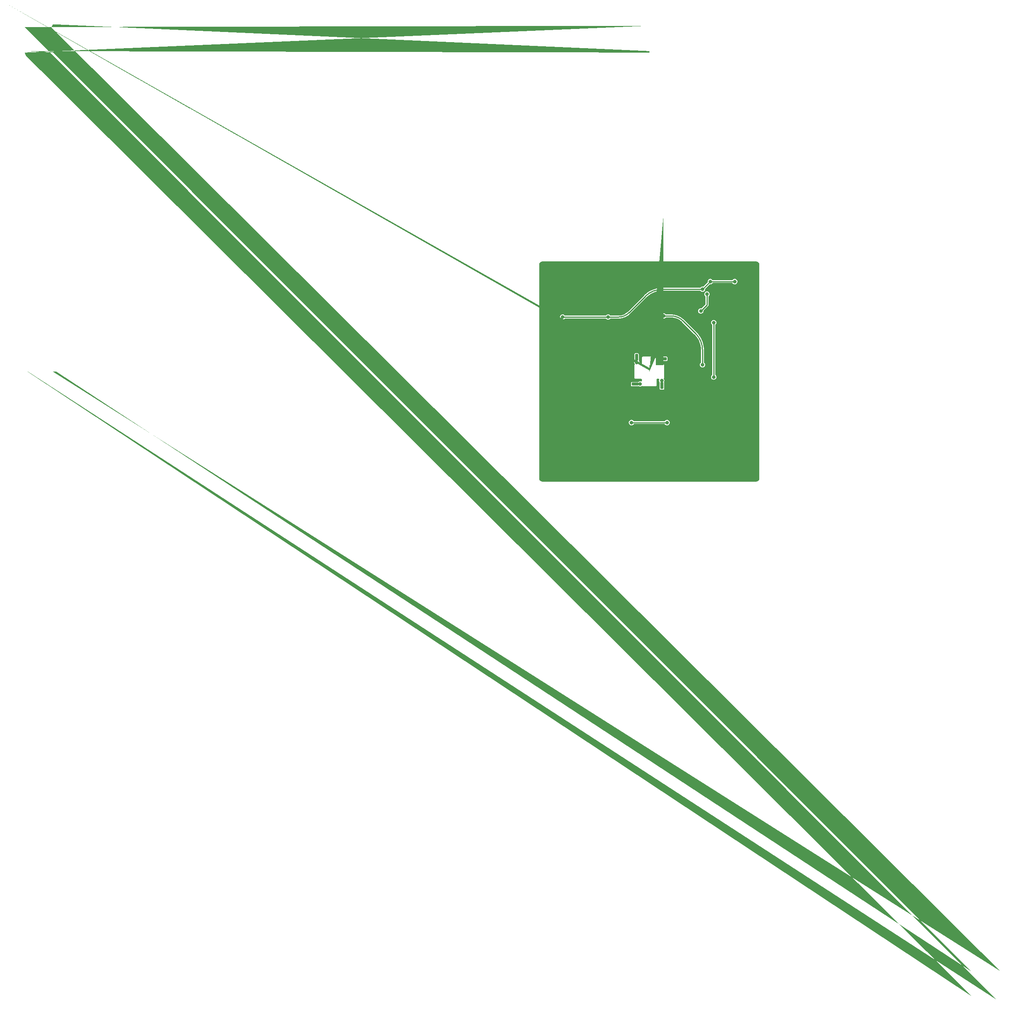
<source format=gbl>
G04 #@! TF.GenerationSoftware,KiCad,Pcbnew,6.0.6-1.fc36*
G04 #@! TF.CreationDate,2022-07-29T11:52:02+02:00*
G04 #@! TF.ProjectId,CosmicWatch-ventidue,436f736d-6963-4576-9174-63682d76656e,rev?*
G04 #@! TF.SameCoordinates,Original*
G04 #@! TF.FileFunction,Copper,L2,Bot*
G04 #@! TF.FilePolarity,Positive*
%FSLAX46Y46*%
G04 Gerber Fmt 4.6, Leading zero omitted, Abs format (unit mm)*
G04 Created by KiCad (PCBNEW 6.0.6-1.fc36) date 2022-07-29 11:52:02*
%MOMM*%
%LPD*%
G01*
G04 APERTURE LIST*
G04 Aperture macros list*
%AMRoundRect*
0 Rectangle with rounded corners*
0 $1 Rounding radius*
0 $2 $3 $4 $5 $6 $7 $8 $9 X,Y pos of 4 corners*
0 Add a 4 corners polygon primitive as box body*
4,1,4,$2,$3,$4,$5,$6,$7,$8,$9,$2,$3,0*
0 Add four circle primitives for the rounded corners*
1,1,$1+$1,$2,$3*
1,1,$1+$1,$4,$5*
1,1,$1+$1,$6,$7*
1,1,$1+$1,$8,$9*
0 Add four rect primitives between the rounded corners*
20,1,$1+$1,$2,$3,$4,$5,0*
20,1,$1+$1,$4,$5,$6,$7,0*
20,1,$1+$1,$6,$7,$8,$9,0*
20,1,$1+$1,$8,$9,$2,$3,0*%
%AMFreePoly0*
4,1,219,1.346005,3.150048,1.346010,3.150049,1.351005,3.149050,1.357000,3.149050,1.363008,3.148049,1.368012,3.146048,1.374008,3.145049,1.379022,3.143045,1.385022,3.140045,1.390026,3.138043,1.405026,3.129043,1.409029,3.125041,1.414026,3.122043,1.422035,3.114035,1.422043,3.114026,1.425041,3.109029,1.429035,3.105035,1.429043,3.105026,1.438046,3.090019,1.440045,3.085022,
1.443046,3.079019,1.445046,3.074019,1.446048,3.068014,1.448046,3.063019,1.449050,3.057000,1.449050,3.051005,1.450049,3.046010,1.450050,1.450050,3.036000,1.450050,3.043007,1.449050,3.049000,1.449050,3.049008,1.449046,3.049016,1.449047,3.055012,1.447048,3.061016,1.446047,3.079026,1.440043,3.084026,1.437043,3.090026,1.434043,3.095028,1.431042,3.101031,1.427039,
3.106035,1.423035,3.110031,1.419039,3.115031,1.415039,3.119039,1.410031,3.123039,1.406031,3.127042,1.401028,3.131043,1.395026,3.134045,1.390022,3.137043,1.384026,3.140043,1.379026,3.146049,1.361008,3.147048,1.355012,3.149048,1.349015,3.149047,1.349007,3.149050,1.349000,3.149050,1.343000,3.150050,1.336000,3.150050,-1.346000,3.149050,-1.351005,3.149050,-1.357000,
3.148049,-1.363008,3.146048,-1.368014,3.145049,-1.374008,3.143045,-1.379023,3.140045,-1.385022,3.138043,-1.390026,3.129043,-1.405026,3.125042,-1.409028,3.122043,-1.414026,3.114035,-1.422035,3.114026,-1.422043,3.109029,-1.425042,3.105035,-1.429035,3.105026,-1.429043,3.090026,-1.438043,3.085022,-1.440045,3.079018,-1.443046,3.074019,-1.445046,3.068012,-1.446048,3.063019,-1.448046,
3.057000,-1.449050,3.051005,-1.449050,3.046010,-1.450049,1.450050,-1.450050,1.450050,-3.036000,1.449050,-3.043000,1.449050,-3.049000,1.449047,-3.049007,1.449048,-3.049015,1.447048,-3.055012,1.446048,-3.061015,1.440047,-3.079016,1.437045,-3.084023,1.434043,-3.090026,1.431042,-3.095028,1.427039,-3.101031,1.423035,-3.106035,1.419039,-3.110031,1.415039,-3.115031,1.410031,-3.119039,
1.406031,-3.123039,1.401028,-3.127042,1.395026,-3.131043,1.390022,-3.134045,1.384026,-3.137043,1.379026,-3.140043,1.361008,-3.146049,1.355012,-3.147048,1.349016,-3.149047,1.349008,-3.149046,1.349000,-3.149050,1.343007,-3.149050,1.336000,-3.150050,-1.346000,-3.150050,-1.351005,-3.149050,-1.357000,-3.149050,-1.363008,-3.148049,-1.368014,-3.146048,-1.374008,-3.145049,-1.379023,-3.143045,
-1.385022,-3.140045,-1.390026,-3.138043,-1.405026,-3.129043,-1.409029,-3.125041,-1.414026,-3.122043,-1.422035,-3.114035,-1.422043,-3.114026,-1.425041,-3.109029,-1.429035,-3.105035,-1.429043,-3.105026,-1.438043,-3.090026,-1.440045,-3.085022,-1.443046,-3.079018,-1.445046,-3.074019,-1.446048,-3.068012,-1.448046,-3.063019,-1.449050,-3.057000,-1.449050,-3.051005,-1.450049,-3.046010,-1.450050,-1.450050,
-3.046000,-1.450050,-3.051005,-1.449050,-3.057000,-1.449050,-3.063008,-1.448049,-3.068014,-1.446048,-3.074008,-1.445049,-3.079023,-1.443045,-3.085022,-1.440045,-3.090026,-1.438043,-3.105026,-1.429043,-3.109029,-1.425042,-3.114026,-1.422043,-3.122035,-1.414035,-3.122043,-1.414026,-3.125042,-1.409028,-3.129035,-1.405035,-3.129043,-1.405026,-3.138043,-1.390026,-3.140045,-1.385022,-3.143046,-1.379018,
-3.145046,-1.374019,-3.146048,-1.368012,-3.148046,-1.363019,-3.149050,-1.357000,-3.149050,-1.351005,-3.150049,-1.346010,-3.150050,1.327000,-3.149049,1.334009,-3.148049,1.340008,-3.146050,1.354007,-3.144046,1.360020,-3.141046,1.367020,-3.139045,1.373022,-3.133042,1.385028,-3.129039,1.391031,-3.125042,1.396028,-3.121039,1.402031,-3.117035,1.407035,-3.107031,1.417039,-3.102028,1.421042,
-3.096027,1.425042,-3.091028,1.429042,-3.085022,1.433045,-3.073023,1.439045,-3.067015,1.441048,-3.060016,1.444047,-3.054015,1.446048,-3.040008,1.448049,-3.034007,1.449049,-3.027000,1.450050,-1.450050,1.450050,-1.450050,3.046000,-1.449050,3.051005,-1.449050,3.057000,-1.448049,3.063008,-1.446048,3.068012,-1.445049,3.074008,-1.443045,3.079022,-1.440045,3.085022,-1.438043,3.090026,
-1.429043,3.105026,-1.425041,3.109029,-1.422043,3.114026,-1.414035,3.122035,-1.414026,3.122043,-1.409029,3.125041,-1.405035,3.129035,-1.405026,3.129043,-1.390019,3.138046,-1.385022,3.140045,-1.379019,3.143046,-1.374019,3.145046,-1.368014,3.146048,-1.363019,3.148046,-1.357000,3.149050,-1.351005,3.149050,-1.346010,3.150049,1.346000,3.150050,1.346005,3.150048,1.346005,3.150048,
$1*%
G04 Aperture macros list end*
G04 #@! TA.AperFunction,SMDPad,CuDef*
%ADD10RoundRect,0.090000X0.210000X-0.647500X0.210000X0.647500X-0.210000X0.647500X-0.210000X-0.647500X0*%
G04 #@! TD*
G04 #@! TA.AperFunction,SMDPad,CuDef*
%ADD11RoundRect,0.090000X-0.647500X-0.210000X0.647500X-0.210000X0.647500X0.210000X-0.647500X0.210000X0*%
G04 #@! TD*
G04 #@! TA.AperFunction,SMDPad,CuDef*
%ADD12RoundRect,0.090000X-0.210000X0.647500X-0.210000X-0.647500X0.210000X-0.647500X0.210000X0.647500X0*%
G04 #@! TD*
G04 #@! TA.AperFunction,SMDPad,CuDef*
%ADD13RoundRect,0.090000X0.647500X0.210000X-0.647500X0.210000X-0.647500X-0.210000X0.647500X-0.210000X0*%
G04 #@! TD*
G04 #@! TA.AperFunction,SMDPad,CuDef*
%ADD14FreePoly0,180.000000*%
G04 #@! TD*
G04 #@! TA.AperFunction,ViaPad*
%ADD15C,0.800000*%
G04 #@! TD*
G04 #@! TA.AperFunction,Conductor*
%ADD16C,0.250000*%
G04 #@! TD*
G04 APERTURE END LIST*
D10*
X77850000Y-140687500D03*
D11*
X71812500Y-140350000D03*
D12*
X72150000Y-134312500D03*
D13*
X78187500Y-134650000D03*
D14*
X75000000Y-137500000D03*
D15*
X78250000Y-125000000D03*
X87000000Y-136000000D03*
X78750000Y-117500000D03*
X89500000Y-138750000D03*
X89500000Y-126500000D03*
X87250000Y-126000000D03*
X77800000Y-139549550D03*
X79000000Y-149000000D03*
X71000000Y-149000000D03*
X72950450Y-140300000D03*
X83250000Y-120250000D03*
X86600000Y-123900000D03*
X88000000Y-120100500D03*
X89000000Y-121750000D03*
X66000000Y-123750000D03*
X88050000Y-130485000D03*
X65190000Y-153345000D03*
X88050000Y-150805000D03*
X57570000Y-122865000D03*
X57570000Y-138105000D03*
X90590000Y-135565000D03*
X52490000Y-117785000D03*
X52490000Y-140645000D03*
X62650000Y-135565000D03*
X82970000Y-155885000D03*
X98210000Y-153345000D03*
X52490000Y-155885000D03*
X88050000Y-143185000D03*
X90590000Y-155885000D03*
X60110000Y-158425000D03*
X70270000Y-150805000D03*
X55030000Y-160965000D03*
X60110000Y-150805000D03*
X82970000Y-117785000D03*
X75350000Y-160965000D03*
X70270000Y-158425000D03*
X93130000Y-160965000D03*
X57570000Y-145725000D03*
X75350000Y-115245000D03*
X93130000Y-140645000D03*
X52490000Y-133025000D03*
X80430000Y-150805000D03*
X98210000Y-133025000D03*
X93130000Y-122865000D03*
X75350000Y-153345000D03*
X95670000Y-127945000D03*
X62650000Y-115245000D03*
X95670000Y-148265000D03*
X57570000Y-130485000D03*
X52490000Y-148265000D03*
X52490000Y-125405000D03*
X98210000Y-143185000D03*
X95670000Y-117785000D03*
X65190000Y-160965000D03*
X85510000Y-160965000D03*
X76500000Y-120250000D03*
X72200000Y-135450450D03*
X64500000Y-122000000D03*
X65750000Y-125250000D03*
X94250000Y-117250000D03*
X55500000Y-125250000D03*
X88750000Y-117250000D03*
X87000000Y-119000000D03*
X75250000Y-125000000D03*
D16*
X87000010Y-132753963D02*
G75*
G03*
X85406206Y-128906208I-5441610J-37D01*
G01*
X79875000Y-125000000D02*
X78250000Y-125000000D01*
X82649048Y-126149048D02*
X85406207Y-128906207D01*
X71000000Y-149000000D02*
X79000000Y-149000000D01*
X77825000Y-140662500D02*
X77850000Y-140687500D01*
X77800000Y-139549550D02*
X77800000Y-140602144D01*
X86600000Y-123900000D02*
X88000000Y-122500000D01*
X88000000Y-122500000D02*
X88000000Y-120100500D01*
X71837500Y-140325000D02*
X71812500Y-140350000D01*
X72950450Y-140300000D02*
X71897855Y-140300000D01*
X71837513Y-140325013D02*
G75*
G02*
X71897855Y-140300000I60387J-60387D01*
G01*
X72200000Y-134397855D02*
X72200000Y-135450450D01*
X72175000Y-134337500D02*
X72150000Y-134312500D01*
X65750000Y-125250000D02*
X68087022Y-125250000D01*
X70413771Y-124286229D02*
X74106208Y-120593792D01*
X70413756Y-124286214D02*
G75*
G02*
X68087022Y-125250000I-2326756J2326714D01*
G01*
X72174987Y-134337513D02*
G75*
G02*
X72200000Y-134397855I-60387J-60387D01*
G01*
X55500000Y-125250000D02*
X65750000Y-125250000D01*
X88750000Y-117250000D02*
X87000000Y-119000000D01*
X77947756Y-118999955D02*
G75*
G03*
X74100001Y-120593793I44J-5441545D01*
G01*
X87000000Y-132753963D02*
X87000000Y-136000000D01*
X82649049Y-126149047D02*
G75*
G03*
X79875000Y-125000000I-2774049J-2774053D01*
G01*
X77947756Y-119000000D02*
X87000000Y-119000000D01*
X94250000Y-117250000D02*
X88750000Y-117250000D01*
X77825013Y-140662487D02*
G75*
G02*
X77800000Y-140602144I60387J60387D01*
G01*
X89500000Y-138750000D02*
X89500000Y-126500000D01*
G04 #@! TA.AperFunction,Conductor*
G36*
X98980242Y-112702466D02*
G01*
X98985811Y-112702476D01*
X98999641Y-112705656D01*
X99013482Y-112702524D01*
X99014605Y-112702526D01*
X99026731Y-112703133D01*
X99081618Y-112708539D01*
X99143626Y-112714646D01*
X99167848Y-112719464D01*
X99294085Y-112757757D01*
X99316897Y-112767206D01*
X99363623Y-112792182D01*
X99433232Y-112829389D01*
X99453770Y-112843112D01*
X99555739Y-112926796D01*
X99573204Y-112944261D01*
X99656888Y-113046230D01*
X99670611Y-113066768D01*
X99732793Y-113183102D01*
X99742242Y-113205912D01*
X99780538Y-113332156D01*
X99785354Y-113356373D01*
X99796917Y-113473770D01*
X99797503Y-113485905D01*
X99794344Y-113499641D01*
X99797475Y-113513480D01*
X99797467Y-113518310D01*
X99799500Y-113536504D01*
X99799500Y-161462920D01*
X99797534Y-161480242D01*
X99797524Y-161485811D01*
X99794344Y-161499641D01*
X99797476Y-161513482D01*
X99797474Y-161514605D01*
X99796867Y-161526736D01*
X99785354Y-161643626D01*
X99780537Y-161667846D01*
X99742244Y-161794082D01*
X99732794Y-161816897D01*
X99703276Y-161872121D01*
X99670611Y-161933232D01*
X99656888Y-161953770D01*
X99573204Y-162055739D01*
X99555739Y-162073204D01*
X99453770Y-162156888D01*
X99433235Y-162170609D01*
X99316898Y-162232793D01*
X99294088Y-162242242D01*
X99167844Y-162280538D01*
X99143627Y-162285354D01*
X99118814Y-162287798D01*
X99026230Y-162296917D01*
X99014095Y-162297503D01*
X99000359Y-162294344D01*
X98986520Y-162297475D01*
X98981690Y-162297467D01*
X98963496Y-162299500D01*
X75187765Y-162299500D01*
X51037081Y-162299499D01*
X51019759Y-162297533D01*
X51014190Y-162297523D01*
X51000360Y-162294343D01*
X50986519Y-162297475D01*
X50985396Y-162297473D01*
X50973269Y-162296866D01*
X50856377Y-162285354D01*
X50832157Y-162280537D01*
X50705915Y-162242242D01*
X50683104Y-162232793D01*
X50566764Y-162170608D01*
X50546229Y-162156886D01*
X50444262Y-162073203D01*
X50426797Y-162055738D01*
X50343114Y-161953771D01*
X50329391Y-161933234D01*
X50296726Y-161872122D01*
X50267207Y-161816896D01*
X50257757Y-161794082D01*
X50257756Y-161794077D01*
X50219463Y-161667843D01*
X50214646Y-161643620D01*
X50203085Y-161526239D01*
X50202498Y-161514094D01*
X50205657Y-161500358D01*
X50202526Y-161486519D01*
X50202534Y-161481689D01*
X50200501Y-161463495D01*
X50200501Y-149000000D01*
X70394318Y-149000000D01*
X70414956Y-149156762D01*
X70475464Y-149302841D01*
X70571718Y-149428282D01*
X70697159Y-149524536D01*
X70843238Y-149585044D01*
X71000000Y-149605682D01*
X71008188Y-149604604D01*
X71148574Y-149586122D01*
X71156762Y-149585044D01*
X71302841Y-149524536D01*
X71428282Y-149428282D01*
X71469323Y-149374796D01*
X71526661Y-149332929D01*
X71569286Y-149325500D01*
X78430714Y-149325500D01*
X78498835Y-149345502D01*
X78530677Y-149374796D01*
X78571718Y-149428282D01*
X78697159Y-149524536D01*
X78843238Y-149585044D01*
X79000000Y-149605682D01*
X79008188Y-149604604D01*
X79148574Y-149586122D01*
X79156762Y-149585044D01*
X79302841Y-149524536D01*
X79428282Y-149428282D01*
X79524536Y-149302841D01*
X79585044Y-149156762D01*
X79605682Y-149000000D01*
X79585044Y-148843238D01*
X79524536Y-148697159D01*
X79428282Y-148571718D01*
X79302841Y-148475464D01*
X79156762Y-148414956D01*
X79000000Y-148394318D01*
X78843238Y-148414956D01*
X78697159Y-148475464D01*
X78571718Y-148571718D01*
X78566695Y-148578264D01*
X78530677Y-148625204D01*
X78473339Y-148667071D01*
X78430714Y-148674500D01*
X71569286Y-148674500D01*
X71501165Y-148654498D01*
X71469323Y-148625204D01*
X71433305Y-148578264D01*
X71428282Y-148571718D01*
X71302841Y-148475464D01*
X71156762Y-148414956D01*
X71000000Y-148394318D01*
X70843238Y-148414956D01*
X70697159Y-148475464D01*
X70571718Y-148571718D01*
X70475464Y-148697159D01*
X70414956Y-148843238D01*
X70394318Y-149000000D01*
X50200501Y-149000000D01*
X50200501Y-140603158D01*
X70874500Y-140603158D01*
X70874942Y-140606870D01*
X70876258Y-140617930D01*
X70877514Y-140628489D01*
X70881351Y-140637128D01*
X70881352Y-140637131D01*
X70916723Y-140716763D01*
X70921444Y-140727391D01*
X70998034Y-140803847D01*
X71008673Y-140808551D01*
X71008674Y-140808551D01*
X71024476Y-140815537D01*
X71097013Y-140847605D01*
X71113283Y-140849502D01*
X71118203Y-140850076D01*
X71118208Y-140850076D01*
X71121842Y-140850500D01*
X72503158Y-140850500D01*
X72511745Y-140849478D01*
X72519097Y-140848604D01*
X72519100Y-140848603D01*
X72528489Y-140847486D01*
X72537129Y-140843648D01*
X72537134Y-140843647D01*
X72563294Y-140832027D01*
X72633669Y-140822655D01*
X72662659Y-140830770D01*
X72714869Y-140852396D01*
X72793688Y-140885044D01*
X72950450Y-140905682D01*
X72958638Y-140904604D01*
X73099024Y-140886122D01*
X73107212Y-140885044D01*
X73253291Y-140824536D01*
X73308828Y-140781921D01*
X73375048Y-140756321D01*
X73444597Y-140770586D01*
X73456869Y-140778024D01*
X73477061Y-140791893D01*
X73481773Y-140795689D01*
X73480787Y-140797332D01*
X73485776Y-140800326D01*
X73486347Y-140799375D01*
X73490666Y-140802855D01*
X73489782Y-140804329D01*
X73494784Y-140807331D01*
X73494796Y-140807337D01*
X73497097Y-140808718D01*
X73497099Y-140808720D01*
X73499774Y-140810325D01*
X73499786Y-140810331D01*
X73499785Y-140810332D01*
X73499790Y-140810335D01*
X73500489Y-140810755D01*
X73500499Y-140810759D01*
X73503924Y-140812815D01*
X73503924Y-140812816D01*
X73504703Y-140813284D01*
X73504715Y-140813290D01*
X73504764Y-140813319D01*
X73504767Y-140813314D01*
X73507873Y-140814771D01*
X73508727Y-140815228D01*
X73508550Y-140815537D01*
X73508557Y-140815541D01*
X73511071Y-140816482D01*
X73516371Y-140819319D01*
X73518550Y-140820889D01*
X73518552Y-140820890D01*
X73518711Y-140820571D01*
X73519575Y-140821033D01*
X73523346Y-140823314D01*
X73523557Y-140822892D01*
X73529549Y-140825888D01*
X73529558Y-140825870D01*
X73529564Y-140825873D01*
X73529555Y-140825891D01*
X73529563Y-140825895D01*
X73539436Y-140830401D01*
X73542755Y-140831916D01*
X73542739Y-140831952D01*
X73544745Y-140832793D01*
X73545049Y-140832852D01*
X73545050Y-140832850D01*
X73545055Y-140832852D01*
X73545055Y-140832853D01*
X73545062Y-140832854D01*
X73550051Y-140834850D01*
X73550051Y-140834849D01*
X73550055Y-140834851D01*
X73549997Y-140834995D01*
X73552759Y-140836153D01*
X73553324Y-140836449D01*
X73553690Y-140835555D01*
X73557566Y-140837141D01*
X73561337Y-140838985D01*
X73561340Y-140838986D01*
X73563894Y-140839730D01*
X73563897Y-140839731D01*
X73568506Y-140841073D01*
X73576405Y-140843373D01*
X73576409Y-140843374D01*
X73576572Y-140843394D01*
X73578741Y-140843981D01*
X73578729Y-140844024D01*
X73582070Y-140844820D01*
X73585127Y-140845710D01*
X73585130Y-140845711D01*
X73587405Y-140846373D01*
X73587409Y-140846374D01*
X73593561Y-140847131D01*
X73603394Y-140849651D01*
X73603386Y-140849697D01*
X73609380Y-140850696D01*
X73609489Y-140850041D01*
X73609496Y-140850042D01*
X73609387Y-140850697D01*
X73609393Y-140850698D01*
X73614124Y-140850509D01*
X73616945Y-140850509D01*
X73621427Y-140850790D01*
X73628942Y-140851488D01*
X73633936Y-140852103D01*
X73637759Y-140852648D01*
X73637992Y-140852667D01*
X73642991Y-140853478D01*
X73642995Y-140853478D01*
X73642995Y-140853088D01*
X73643005Y-140853090D01*
X73643005Y-140853478D01*
X73646658Y-140853478D01*
X73648984Y-140853665D01*
X73653991Y-140854478D01*
X73653994Y-140854478D01*
X73653994Y-140854069D01*
X73654004Y-140854070D01*
X73654004Y-140854478D01*
X76345996Y-140854478D01*
X76345996Y-140854070D01*
X76346006Y-140854069D01*
X76346006Y-140854478D01*
X76346009Y-140854478D01*
X76351016Y-140853665D01*
X76353342Y-140853478D01*
X76356995Y-140853478D01*
X76356995Y-140853090D01*
X76357005Y-140853088D01*
X76357005Y-140853478D01*
X76357009Y-140853478D01*
X76362008Y-140852667D01*
X76362241Y-140852648D01*
X76366064Y-140852103D01*
X76371058Y-140851488D01*
X76378573Y-140850790D01*
X76383055Y-140850509D01*
X76385876Y-140850509D01*
X76390607Y-140850698D01*
X76390613Y-140850697D01*
X76390504Y-140850042D01*
X76390511Y-140850042D01*
X76390620Y-140850696D01*
X76396614Y-140849697D01*
X76396608Y-140849659D01*
X76397411Y-140849609D01*
X76405367Y-140847264D01*
X76408754Y-140846847D01*
X76408765Y-140846845D01*
X76412591Y-140846374D01*
X76412595Y-140846373D01*
X76414870Y-140845711D01*
X76414873Y-140845710D01*
X76417930Y-140844820D01*
X76421271Y-140844024D01*
X76421259Y-140843981D01*
X76423428Y-140843394D01*
X76423591Y-140843374D01*
X76423595Y-140843373D01*
X76438660Y-140838986D01*
X76438663Y-140838985D01*
X76442435Y-140837140D01*
X76445814Y-140835758D01*
X76449852Y-140834608D01*
X76449949Y-140834850D01*
X76454941Y-140832853D01*
X76454945Y-140832851D01*
X76454945Y-140832852D01*
X76454950Y-140832850D01*
X76454952Y-140832849D01*
X76459337Y-140831431D01*
X76461154Y-140830401D01*
X76460936Y-140829855D01*
X76465929Y-140827858D01*
X76465875Y-140827724D01*
X76467856Y-140826602D01*
X76470437Y-140825895D01*
X76470445Y-140825891D01*
X76470173Y-140825346D01*
X76470179Y-140825343D01*
X76470451Y-140825888D01*
X76476443Y-140822892D01*
X76476466Y-140822938D01*
X76478671Y-140822094D01*
X76480425Y-140821033D01*
X76481288Y-140820571D01*
X76481448Y-140820890D01*
X76481450Y-140820889D01*
X76483629Y-140819319D01*
X76488929Y-140816482D01*
X76491443Y-140815541D01*
X76491450Y-140815537D01*
X76491273Y-140815228D01*
X76492127Y-140814771D01*
X76495233Y-140813313D01*
X76495236Y-140813319D01*
X76495293Y-140813285D01*
X76496425Y-140812606D01*
X76496430Y-140812602D01*
X76500221Y-140810327D01*
X76500226Y-140810325D01*
X76505211Y-140807333D01*
X76505216Y-140807331D01*
X76510218Y-140804329D01*
X76509396Y-140802959D01*
X76513612Y-140799306D01*
X76514224Y-140800326D01*
X76519213Y-140797332D01*
X76518077Y-140795438D01*
X76519228Y-140794441D01*
X76544816Y-140776867D01*
X76544818Y-140776865D01*
X76549581Y-140773594D01*
X76551323Y-140771852D01*
X76552470Y-140770984D01*
X76553804Y-140769875D01*
X76558581Y-140766594D01*
X76566594Y-140758581D01*
X76569875Y-140753804D01*
X76570984Y-140752470D01*
X76571852Y-140751323D01*
X76573594Y-140749581D01*
X76591891Y-140722941D01*
X76595689Y-140718227D01*
X76597332Y-140719213D01*
X76600326Y-140714224D01*
X76599375Y-140713653D01*
X76602855Y-140709334D01*
X76604329Y-140710218D01*
X76607331Y-140705216D01*
X76607337Y-140705204D01*
X76608718Y-140702903D01*
X76608720Y-140702901D01*
X76610325Y-140700226D01*
X76610326Y-140700226D01*
X76610335Y-140700210D01*
X76610540Y-140699868D01*
X76610546Y-140699856D01*
X76613325Y-140695226D01*
X76614579Y-140691984D01*
X76615231Y-140691271D01*
X76614916Y-140691112D01*
X76621499Y-140678044D01*
X76622619Y-140676307D01*
X76622892Y-140676443D01*
X76625888Y-140670451D01*
X76625870Y-140670442D01*
X76625873Y-140670436D01*
X76625891Y-140670445D01*
X76625895Y-140670437D01*
X76631916Y-140657245D01*
X76631952Y-140657261D01*
X76632793Y-140655255D01*
X76632852Y-140654951D01*
X76632850Y-140654950D01*
X76632852Y-140654945D01*
X76632853Y-140654945D01*
X76632854Y-140654938D01*
X76634850Y-140649949D01*
X76634849Y-140649949D01*
X76634851Y-140649945D01*
X76634995Y-140650003D01*
X76636153Y-140647241D01*
X76636449Y-140646676D01*
X76635555Y-140646310D01*
X76637141Y-140642434D01*
X76638985Y-140638663D01*
X76638986Y-140638660D01*
X76643373Y-140623595D01*
X76643374Y-140623591D01*
X76643394Y-140623428D01*
X76643981Y-140621259D01*
X76644024Y-140621271D01*
X76644820Y-140617930D01*
X76645711Y-140614870D01*
X76645712Y-140614866D01*
X76646373Y-140612595D01*
X76646374Y-140612591D01*
X76647131Y-140606443D01*
X76649651Y-140596612D01*
X76649696Y-140596619D01*
X76650695Y-140590626D01*
X76650041Y-140590517D01*
X76650042Y-140590504D01*
X76650697Y-140590613D01*
X76650698Y-140590607D01*
X76650509Y-140585876D01*
X76650509Y-140583058D01*
X76650791Y-140578560D01*
X76651487Y-140571063D01*
X76652096Y-140566112D01*
X76652647Y-140562244D01*
X76652665Y-140562015D01*
X76653478Y-140557010D01*
X76653478Y-140557005D01*
X76653070Y-140557005D01*
X76653070Y-140556995D01*
X76653478Y-140556995D01*
X76653478Y-140551941D01*
X76653601Y-140550420D01*
X76654478Y-140546010D01*
X76654478Y-140546006D01*
X76653977Y-140546006D01*
X76653978Y-140545996D01*
X76654478Y-140545996D01*
X76654478Y-139280478D01*
X76674480Y-139212357D01*
X76728136Y-139165864D01*
X76780478Y-139154478D01*
X77125095Y-139154478D01*
X77193216Y-139174480D01*
X77239709Y-139228136D01*
X77249813Y-139298410D01*
X77241504Y-139328695D01*
X77214956Y-139392788D01*
X77194318Y-139549550D01*
X77214956Y-139706312D01*
X77275464Y-139852391D01*
X77294440Y-139877121D01*
X77323744Y-139915311D01*
X77349344Y-139981532D01*
X77349533Y-139996559D01*
X77349500Y-139996842D01*
X77349500Y-141378158D01*
X77352514Y-141403489D01*
X77356351Y-141412128D01*
X77356352Y-141412131D01*
X77391529Y-141491326D01*
X77396444Y-141502391D01*
X77473034Y-141578847D01*
X77572013Y-141622605D01*
X77588283Y-141624502D01*
X77593203Y-141625076D01*
X77593208Y-141625076D01*
X77596842Y-141625500D01*
X78103158Y-141625500D01*
X78111745Y-141624478D01*
X78119097Y-141623604D01*
X78119100Y-141623603D01*
X78128489Y-141622486D01*
X78137128Y-141618649D01*
X78137131Y-141618648D01*
X78216763Y-141583277D01*
X78216764Y-141583276D01*
X78227391Y-141578556D01*
X78303847Y-141501966D01*
X78347605Y-141402987D01*
X78350500Y-141378158D01*
X78350500Y-139996842D01*
X78349478Y-139988255D01*
X78348604Y-139980903D01*
X78348603Y-139980900D01*
X78347486Y-139971511D01*
X78343648Y-139962871D01*
X78343647Y-139962866D01*
X78332027Y-139936706D01*
X78322655Y-139866331D01*
X78330770Y-139837341D01*
X78381884Y-139713941D01*
X78385044Y-139706312D01*
X78405682Y-139549550D01*
X78385044Y-139392788D01*
X78324536Y-139246709D01*
X78319509Y-139240158D01*
X78319507Y-139240154D01*
X78278181Y-139186296D01*
X78252581Y-139120076D01*
X78264369Y-139062603D01*
X78262053Y-139061677D01*
X78262059Y-139061662D01*
X78265507Y-139057057D01*
X78266846Y-139050527D01*
X78275692Y-139037066D01*
X78275379Y-139036850D01*
X78277900Y-139033198D01*
X78280657Y-139029753D01*
X78280414Y-139029558D01*
X78280418Y-139029552D01*
X78280428Y-139029539D01*
X78280672Y-139029734D01*
X78280676Y-139029729D01*
X78282183Y-139027179D01*
X78285709Y-139022438D01*
X78285895Y-139022205D01*
X78285895Y-139022204D01*
X78288660Y-139018749D01*
X78288416Y-139018554D01*
X78288427Y-139018538D01*
X78288672Y-139018734D01*
X78288676Y-139018729D01*
X78289890Y-139016675D01*
X78291131Y-139015431D01*
X78295131Y-139009432D01*
X78295215Y-139009488D01*
X78298475Y-139005506D01*
X78298978Y-139005918D01*
X78299073Y-139005742D01*
X78298725Y-139005542D01*
X78299299Y-139004543D01*
X78299131Y-139004431D01*
X78299135Y-139004425D01*
X78299303Y-139004537D01*
X78299307Y-139004530D01*
X78299139Y-139004418D01*
X78303133Y-138998427D01*
X78302901Y-138998273D01*
X78302905Y-138998267D01*
X78303137Y-138998422D01*
X78303141Y-138998416D01*
X78306438Y-138991675D01*
X78312456Y-138980875D01*
X78315887Y-138976453D01*
X78315889Y-138976449D01*
X78315344Y-138976177D01*
X78315357Y-138976156D01*
X78315900Y-138976428D01*
X78318887Y-138970453D01*
X78321889Y-138964449D01*
X78321871Y-138964440D01*
X78321872Y-138964438D01*
X78321890Y-138964447D01*
X78321895Y-138964437D01*
X78327916Y-138951245D01*
X78327919Y-138951229D01*
X78329051Y-138947619D01*
X78328935Y-138947569D01*
X78331939Y-138940562D01*
X78332281Y-138938895D01*
X78332854Y-138937611D01*
X78332986Y-138937655D01*
X78334983Y-138931664D01*
X78335440Y-138931816D01*
X78337733Y-138926680D01*
X78338099Y-138924701D01*
X78337984Y-138924663D01*
X78339980Y-138918676D01*
X78339261Y-138918437D01*
X78340558Y-138911445D01*
X78343341Y-138903334D01*
X78343366Y-138903340D01*
X78344130Y-138903603D01*
X78344143Y-138903534D01*
X78344373Y-138903592D01*
X78344374Y-138903588D01*
X78344692Y-138901008D01*
X78344746Y-138900769D01*
X78344750Y-138900530D01*
X78345001Y-138898494D01*
X78345004Y-138898484D01*
X78345005Y-138898484D01*
X78345363Y-138897440D01*
X78345673Y-138896697D01*
X78345782Y-138896218D01*
X78346506Y-138894108D01*
X78346507Y-138894103D01*
X78346274Y-138894056D01*
X78346286Y-138894002D01*
X78345565Y-138893913D01*
X78345889Y-138891281D01*
X78347948Y-138882838D01*
X78348425Y-138882906D01*
X78349421Y-138875931D01*
X78349882Y-138872709D01*
X78350256Y-138870288D01*
X78350270Y-138870179D01*
X78350698Y-138867607D01*
X78350845Y-138865825D01*
X78351509Y-138863116D01*
X78351518Y-138862930D01*
X78351423Y-138862916D01*
X78352421Y-138855932D01*
X78351838Y-138855849D01*
X78351839Y-138855832D01*
X78352423Y-138855915D01*
X78352424Y-138855908D01*
X78352143Y-138850462D01*
X78352232Y-138849070D01*
X78353212Y-138837225D01*
X78353311Y-138836420D01*
X78353666Y-138832012D01*
X78354478Y-138827010D01*
X78354478Y-138827005D01*
X78354070Y-138827005D01*
X78354071Y-138826994D01*
X78354478Y-138826994D01*
X78354478Y-138750000D01*
X88894318Y-138750000D01*
X88895396Y-138758188D01*
X88913868Y-138898494D01*
X88914956Y-138906762D01*
X88918116Y-138914391D01*
X88921523Y-138922615D01*
X88975464Y-139052841D01*
X89029234Y-139122915D01*
X89051877Y-139152424D01*
X89071718Y-139178282D01*
X89197159Y-139274536D01*
X89343238Y-139335044D01*
X89500000Y-139355682D01*
X89508188Y-139354604D01*
X89648574Y-139336122D01*
X89656762Y-139335044D01*
X89802841Y-139274536D01*
X89928282Y-139178282D01*
X89948124Y-139152424D01*
X89970766Y-139122915D01*
X90024536Y-139052841D01*
X90078477Y-138922615D01*
X90081884Y-138914391D01*
X90085044Y-138906762D01*
X90086133Y-138898494D01*
X90104604Y-138758188D01*
X90105682Y-138750000D01*
X90085044Y-138593238D01*
X90024536Y-138447159D01*
X89928282Y-138321718D01*
X89874796Y-138280677D01*
X89832929Y-138223339D01*
X89825500Y-138180714D01*
X89825500Y-127069286D01*
X89845502Y-127001165D01*
X89874796Y-126969323D01*
X89921736Y-126933305D01*
X89928282Y-126928282D01*
X90024536Y-126802841D01*
X90085044Y-126656762D01*
X90105682Y-126500000D01*
X90085044Y-126343238D01*
X90024536Y-126197159D01*
X89928282Y-126071718D01*
X89802841Y-125975464D01*
X89656762Y-125914956D01*
X89500000Y-125894318D01*
X89343238Y-125914956D01*
X89197159Y-125975464D01*
X89071718Y-126071718D01*
X88975464Y-126197159D01*
X88914956Y-126343238D01*
X88894318Y-126500000D01*
X88914956Y-126656762D01*
X88975464Y-126802841D01*
X89071718Y-126928282D01*
X89078264Y-126933305D01*
X89125204Y-126969323D01*
X89167071Y-127026661D01*
X89174500Y-127069286D01*
X89174500Y-138180714D01*
X89154498Y-138248835D01*
X89125204Y-138280677D01*
X89071718Y-138321718D01*
X88975464Y-138447159D01*
X88914956Y-138593238D01*
X88894318Y-138750000D01*
X78354478Y-138750000D01*
X78354478Y-136154005D01*
X78354459Y-136154005D01*
X78354459Y-136153995D01*
X78354478Y-136153995D01*
X78354478Y-136153990D01*
X78353964Y-136139498D01*
X78353498Y-136137798D01*
X78353453Y-136137317D01*
X78353223Y-136135808D01*
X78352964Y-136128498D01*
X78352060Y-136125196D01*
X78351964Y-136122499D01*
X78350829Y-136118354D01*
X78350509Y-136115374D01*
X78350509Y-136114125D01*
X78350698Y-136109394D01*
X78350697Y-136109388D01*
X78350696Y-136109388D01*
X78349700Y-136103408D01*
X78349629Y-136103420D01*
X78348590Y-136097310D01*
X78346791Y-136092953D01*
X78346699Y-136092403D01*
X78346629Y-136092415D01*
X78345590Y-136086310D01*
X78342905Y-136079809D01*
X78342904Y-136079805D01*
X78340223Y-136073313D01*
X78336832Y-136061476D01*
X78337856Y-136061066D01*
X78335860Y-136056075D01*
X78335344Y-136056281D01*
X78333699Y-136050537D01*
X78334858Y-136050073D01*
X78332857Y-136045069D01*
X78329340Y-136039735D01*
X78329279Y-136039618D01*
X78329200Y-136039329D01*
X78329856Y-136039067D01*
X78327857Y-136034069D01*
X78327111Y-136034367D01*
X78325365Y-136029807D01*
X78325886Y-136029546D01*
X78322893Y-136023560D01*
X78322141Y-136023936D01*
X78317145Y-136017435D01*
X78315142Y-136012586D01*
X78315138Y-136012580D01*
X78314831Y-136012784D01*
X78311889Y-136005659D01*
X78313335Y-136004791D01*
X78307344Y-135994806D01*
X78304337Y-135989794D01*
X78299944Y-135985035D01*
X78299631Y-135984619D01*
X78297337Y-135980794D01*
X78292957Y-135976050D01*
X78292953Y-135976044D01*
X78288628Y-135971359D01*
X78280800Y-135959600D01*
X78277216Y-135955582D01*
X78277579Y-135955309D01*
X78277576Y-135955305D01*
X78273690Y-135951630D01*
X78273082Y-135950947D01*
X78273602Y-135950427D01*
X78269610Y-135946434D01*
X78269418Y-135946626D01*
X78265956Y-135942071D01*
X78266601Y-135941427D01*
X78262598Y-135937423D01*
X78262597Y-135937422D01*
X78258608Y-135933432D01*
X78258205Y-135933835D01*
X78258178Y-135933813D01*
X78258583Y-135933408D01*
X78258580Y-135933405D01*
X78253607Y-135930038D01*
X78251685Y-135928451D01*
X78251451Y-135928276D01*
X78249608Y-135926432D01*
X78249343Y-135926697D01*
X78249315Y-135926676D01*
X78249583Y-135926408D01*
X78249580Y-135926405D01*
X78244610Y-135923040D01*
X78242127Y-135920990D01*
X78240859Y-135919616D01*
X78240852Y-135919611D01*
X78240706Y-135919816D01*
X78239988Y-135919223D01*
X78240216Y-135918947D01*
X78233137Y-135913267D01*
X78231317Y-135911545D01*
X78227430Y-135907868D01*
X78227427Y-135907866D01*
X78227175Y-135908244D01*
X78221162Y-135903452D01*
X78218430Y-135900868D01*
X78218427Y-135900866D01*
X78218175Y-135901245D01*
X78218160Y-135901233D01*
X78217957Y-135901572D01*
X78217794Y-135901816D01*
X78214908Y-135900085D01*
X78209836Y-135896249D01*
X78210193Y-135895655D01*
X78205206Y-135892663D01*
X78200206Y-135889663D01*
X78195204Y-135886662D01*
X78195276Y-135886543D01*
X78195239Y-135886520D01*
X78194834Y-135887278D01*
X78176315Y-135877392D01*
X78176542Y-135876968D01*
X78176531Y-135876960D01*
X78176454Y-135877114D01*
X78171419Y-135874596D01*
X78170465Y-135874119D01*
X78170457Y-135874136D01*
X78170432Y-135874124D01*
X78170441Y-135874107D01*
X78170437Y-135874105D01*
X78169445Y-135873652D01*
X78169430Y-135873645D01*
X78168518Y-135873229D01*
X78168525Y-135873213D01*
X78168421Y-135873163D01*
X78168662Y-135872658D01*
X78168394Y-135872572D01*
X78168167Y-135873069D01*
X78157245Y-135868084D01*
X78156145Y-135867865D01*
X78155790Y-135867703D01*
X78154951Y-135867150D01*
X78154941Y-135867146D01*
X78154884Y-135867290D01*
X78154859Y-135867278D01*
X78154916Y-135867136D01*
X78149927Y-135865141D01*
X78149748Y-135865587D01*
X78144393Y-135864522D01*
X78143868Y-135864282D01*
X78143925Y-135864140D01*
X78138934Y-135862144D01*
X78138756Y-135862589D01*
X78121792Y-135859215D01*
X78110214Y-135855142D01*
X78110212Y-135855140D01*
X78107456Y-135854171D01*
X78107586Y-135853802D01*
X78107514Y-135853797D01*
X78107597Y-135853301D01*
X78101606Y-135852303D01*
X78101499Y-135852946D01*
X78096447Y-135851169D01*
X78096592Y-135850300D01*
X78090612Y-135849304D01*
X78090612Y-135849303D01*
X78090606Y-135849302D01*
X78090600Y-135849302D01*
X78087093Y-135849442D01*
X78080216Y-135848873D01*
X78080234Y-135848655D01*
X78069299Y-135847798D01*
X78069246Y-135848337D01*
X78065008Y-135847920D01*
X78063009Y-135847522D01*
X78063006Y-135847522D01*
X78063006Y-135847715D01*
X78057010Y-135846522D01*
X78057004Y-135846522D01*
X78057004Y-135847131D01*
X78056994Y-135847130D01*
X78056994Y-135846522D01*
X78051037Y-135846522D01*
X78046010Y-135845522D01*
X78046005Y-135845522D01*
X78046005Y-135846048D01*
X78045995Y-135846047D01*
X78045995Y-135845522D01*
X76780478Y-135845522D01*
X76712357Y-135825520D01*
X76665864Y-135771864D01*
X76654478Y-135719522D01*
X76654478Y-134903158D01*
X77249500Y-134903158D01*
X77252514Y-134928489D01*
X77256351Y-134937128D01*
X77256352Y-134937131D01*
X77285680Y-135003158D01*
X77296444Y-135027391D01*
X77373034Y-135103847D01*
X77472013Y-135147605D01*
X77488283Y-135149502D01*
X77493203Y-135150076D01*
X77493208Y-135150076D01*
X77496842Y-135150500D01*
X78878158Y-135150500D01*
X78886745Y-135149478D01*
X78894097Y-135148604D01*
X78894100Y-135148603D01*
X78903489Y-135147486D01*
X78912128Y-135143649D01*
X78912131Y-135143648D01*
X78991763Y-135108277D01*
X78991764Y-135108276D01*
X79002391Y-135103556D01*
X79078847Y-135026966D01*
X79122605Y-134927987D01*
X79125500Y-134903158D01*
X79125500Y-134396842D01*
X79124247Y-134386310D01*
X79123604Y-134380903D01*
X79123603Y-134380900D01*
X79122486Y-134371511D01*
X79118649Y-134362872D01*
X79118648Y-134362869D01*
X79083277Y-134283237D01*
X79083276Y-134283236D01*
X79078556Y-134272609D01*
X79001966Y-134196153D01*
X78988483Y-134190192D01*
X78950113Y-134173229D01*
X78902987Y-134152395D01*
X78886717Y-134150498D01*
X78881797Y-134149924D01*
X78881792Y-134149924D01*
X78878158Y-134149500D01*
X77496842Y-134149500D01*
X77488255Y-134150522D01*
X77480903Y-134151396D01*
X77480900Y-134151397D01*
X77471511Y-134152514D01*
X77462872Y-134156351D01*
X77462869Y-134156352D01*
X77383237Y-134191723D01*
X77383236Y-134191724D01*
X77372609Y-134196444D01*
X77296153Y-134273034D01*
X77291449Y-134283673D01*
X77291449Y-134283674D01*
X77288032Y-134291404D01*
X77252395Y-134372013D01*
X77251298Y-134381425D01*
X77250018Y-134392403D01*
X77249500Y-134396842D01*
X77249500Y-134903158D01*
X76654478Y-134903158D01*
X76654478Y-134454005D01*
X76654459Y-134454005D01*
X76654459Y-134453995D01*
X76654478Y-134453995D01*
X76654478Y-134453990D01*
X76653964Y-134439498D01*
X76653498Y-134437798D01*
X76653453Y-134437317D01*
X76653223Y-134435808D01*
X76652964Y-134428498D01*
X76652060Y-134425196D01*
X76651964Y-134422499D01*
X76650829Y-134418354D01*
X76650509Y-134415374D01*
X76650509Y-134414125D01*
X76650698Y-134409394D01*
X76650697Y-134409388D01*
X76650696Y-134409388D01*
X76649700Y-134403408D01*
X76649629Y-134403420D01*
X76648590Y-134397310D01*
X76646791Y-134392953D01*
X76646699Y-134392403D01*
X76646629Y-134392415D01*
X76645590Y-134386310D01*
X76642905Y-134379809D01*
X76642904Y-134379805D01*
X76640223Y-134373313D01*
X76636832Y-134361476D01*
X76637856Y-134361066D01*
X76635860Y-134356075D01*
X76635344Y-134356281D01*
X76633699Y-134350537D01*
X76634858Y-134350073D01*
X76632857Y-134345069D01*
X76629340Y-134339735D01*
X76629279Y-134339618D01*
X76629200Y-134339329D01*
X76629856Y-134339067D01*
X76627857Y-134334069D01*
X76627111Y-134334367D01*
X76625365Y-134329807D01*
X76625886Y-134329546D01*
X76622893Y-134323560D01*
X76622136Y-134323939D01*
X76617142Y-134317429D01*
X76615142Y-134312586D01*
X76615138Y-134312580D01*
X76614831Y-134312784D01*
X76611884Y-134305648D01*
X76613329Y-134304781D01*
X76610337Y-134299795D01*
X76607344Y-134294806D01*
X76604337Y-134289794D01*
X76599943Y-134285034D01*
X76599632Y-134284620D01*
X76597337Y-134280794D01*
X76592957Y-134276050D01*
X76592953Y-134276044D01*
X76588628Y-134271359D01*
X76580800Y-134259600D01*
X76577216Y-134255582D01*
X76577579Y-134255309D01*
X76577576Y-134255305D01*
X76573690Y-134251630D01*
X76573082Y-134250947D01*
X76573602Y-134250427D01*
X76569610Y-134246434D01*
X76569418Y-134246626D01*
X76565956Y-134242071D01*
X76566601Y-134241427D01*
X76562598Y-134237423D01*
X76562597Y-134237422D01*
X76558608Y-134233432D01*
X76558205Y-134233835D01*
X76558178Y-134233813D01*
X76558583Y-134233408D01*
X76558580Y-134233405D01*
X76553607Y-134230038D01*
X76551685Y-134228451D01*
X76551451Y-134228276D01*
X76549608Y-134226432D01*
X76549343Y-134226697D01*
X76549315Y-134226676D01*
X76549583Y-134226408D01*
X76549580Y-134226405D01*
X76544610Y-134223040D01*
X76542127Y-134220990D01*
X76540859Y-134219616D01*
X76540852Y-134219611D01*
X76540706Y-134219816D01*
X76539988Y-134219223D01*
X76540216Y-134218947D01*
X76533137Y-134213267D01*
X76531317Y-134211545D01*
X76527430Y-134207868D01*
X76527427Y-134207866D01*
X76527175Y-134208244D01*
X76521162Y-134203452D01*
X76518430Y-134200868D01*
X76518427Y-134200866D01*
X76518175Y-134201245D01*
X76518160Y-134201233D01*
X76517957Y-134201572D01*
X76517794Y-134201816D01*
X76514908Y-134200085D01*
X76509836Y-134196249D01*
X76510193Y-134195655D01*
X76505206Y-134192663D01*
X76500206Y-134189663D01*
X76495204Y-134186662D01*
X76495276Y-134186543D01*
X76495239Y-134186520D01*
X76494834Y-134187278D01*
X76476315Y-134177392D01*
X76476542Y-134176968D01*
X76476531Y-134176960D01*
X76476454Y-134177114D01*
X76471419Y-134174596D01*
X76470465Y-134174119D01*
X76470457Y-134174136D01*
X76470432Y-134174124D01*
X76470441Y-134174107D01*
X76470437Y-134174105D01*
X76469445Y-134173652D01*
X76469430Y-134173645D01*
X76468518Y-134173229D01*
X76468525Y-134173213D01*
X76468421Y-134173163D01*
X76468662Y-134172658D01*
X76468394Y-134172572D01*
X76468167Y-134173069D01*
X76467536Y-134172781D01*
X76457245Y-134168084D01*
X76456145Y-134167865D01*
X76455790Y-134167703D01*
X76454951Y-134167150D01*
X76454941Y-134167146D01*
X76454884Y-134167290D01*
X76454859Y-134167278D01*
X76454916Y-134167136D01*
X76449927Y-134165141D01*
X76449748Y-134165587D01*
X76444393Y-134164522D01*
X76443868Y-134164282D01*
X76443925Y-134164140D01*
X76438934Y-134162144D01*
X76438756Y-134162589D01*
X76421792Y-134159215D01*
X76410214Y-134155142D01*
X76410212Y-134155140D01*
X76407456Y-134154171D01*
X76407586Y-134153802D01*
X76407514Y-134153797D01*
X76407597Y-134153301D01*
X76401606Y-134152303D01*
X76401499Y-134152946D01*
X76396447Y-134151169D01*
X76396592Y-134150300D01*
X76390612Y-134149304D01*
X76390612Y-134149303D01*
X76390606Y-134149302D01*
X76390600Y-134149302D01*
X76387093Y-134149442D01*
X76380216Y-134148873D01*
X76380234Y-134148655D01*
X76369299Y-134147798D01*
X76369246Y-134148337D01*
X76365008Y-134147920D01*
X76363009Y-134147522D01*
X76363006Y-134147522D01*
X76363006Y-134147715D01*
X76357010Y-134146522D01*
X76357004Y-134146522D01*
X76357004Y-134147131D01*
X76356994Y-134147130D01*
X76356994Y-134146522D01*
X76351037Y-134146522D01*
X76346010Y-134145522D01*
X76346005Y-134145522D01*
X76346005Y-134146048D01*
X76345995Y-134146047D01*
X76345995Y-134145522D01*
X73664007Y-134145522D01*
X73664007Y-134145930D01*
X73663996Y-134145930D01*
X73663996Y-134145522D01*
X73663990Y-134145522D01*
X73659889Y-134146188D01*
X73653217Y-134146456D01*
X73653218Y-134146502D01*
X73652093Y-134146522D01*
X73651004Y-134146522D01*
X73651004Y-134146541D01*
X73650991Y-134146542D01*
X73650991Y-134146522D01*
X73650990Y-134146522D01*
X73636498Y-134147036D01*
X73633916Y-134147743D01*
X73632140Y-134147997D01*
X73631207Y-134148130D01*
X73631206Y-134148130D01*
X73628074Y-134148578D01*
X73628140Y-134149043D01*
X73627302Y-134149293D01*
X73622440Y-134150035D01*
X73617161Y-134152332D01*
X73616343Y-134152556D01*
X73611630Y-134152734D01*
X73611391Y-134151303D01*
X73605401Y-134152301D01*
X73605517Y-134152996D01*
X73605496Y-134153001D01*
X73605380Y-134152304D01*
X73605374Y-134152305D01*
X73601444Y-134153859D01*
X73597235Y-134154128D01*
X73597420Y-134154910D01*
X73590480Y-134156551D01*
X73586350Y-134157012D01*
X73586350Y-134157011D01*
X73581033Y-134158783D01*
X73580516Y-134158908D01*
X73579130Y-134159236D01*
X73574348Y-134160012D01*
X73574342Y-134160014D01*
X73574471Y-134160401D01*
X73574452Y-134160406D01*
X73574323Y-134160020D01*
X73569535Y-134161616D01*
X73569537Y-134161616D01*
X73568342Y-134162014D01*
X73568334Y-134162016D01*
X73563211Y-134163724D01*
X73563209Y-134163725D01*
X73556342Y-134166014D01*
X73556681Y-134167032D01*
X73551978Y-134169414D01*
X73549843Y-134170147D01*
X73547560Y-134170930D01*
X73545571Y-134171435D01*
X73545056Y-134170147D01*
X73545051Y-134170149D01*
X73540743Y-134172659D01*
X73540264Y-134172781D01*
X73536139Y-134174650D01*
X73533531Y-134175743D01*
X73529560Y-134177106D01*
X73529556Y-134177108D01*
X73529681Y-134177358D01*
X73526960Y-134178499D01*
X73524477Y-134180001D01*
X73524536Y-134180119D01*
X73518551Y-134183112D01*
X73518733Y-134183476D01*
X73518732Y-134183476D01*
X73518550Y-134183112D01*
X73518546Y-134183114D01*
X73516602Y-134184515D01*
X73515893Y-134184845D01*
X73515787Y-134184668D01*
X73510789Y-134187667D01*
X73510578Y-134187316D01*
X73504725Y-134190037D01*
X73504514Y-134190192D01*
X73504796Y-134190662D01*
X73502150Y-134192249D01*
X73502142Y-134192254D01*
X73499794Y-134193663D01*
X73497573Y-134195274D01*
X73495286Y-134196785D01*
X73495161Y-134196596D01*
X73491425Y-134198640D01*
X73491575Y-134198865D01*
X73486006Y-134202577D01*
X73486004Y-134202579D01*
X73485588Y-134202856D01*
X73485589Y-134202858D01*
X73485581Y-134202861D01*
X73485578Y-134202863D01*
X73481742Y-134205483D01*
X73481732Y-134205490D01*
X73478338Y-134208961D01*
X73478031Y-134209164D01*
X73473359Y-134212833D01*
X73471794Y-134213968D01*
X73471452Y-134213498D01*
X73471426Y-134213515D01*
X73471272Y-134213323D01*
X73466271Y-134217323D01*
X73460019Y-134222531D01*
X73458803Y-134224097D01*
X73457281Y-134225315D01*
X73457574Y-134225681D01*
X73457216Y-134226142D01*
X73449686Y-134232661D01*
X73449425Y-134232400D01*
X73445428Y-134236396D01*
X73445580Y-134236548D01*
X73444521Y-134237449D01*
X73440415Y-134240409D01*
X73440409Y-134240415D01*
X73438686Y-134242805D01*
X73434689Y-134247135D01*
X73432435Y-134249389D01*
X73432449Y-134249403D01*
X73432425Y-134249428D01*
X73432411Y-134249414D01*
X73432405Y-134249420D01*
X73422521Y-134260030D01*
X73421386Y-134262021D01*
X73421382Y-134262026D01*
X73418388Y-134265371D01*
X73417336Y-134266256D01*
X73417334Y-134266258D01*
X73413343Y-134271246D01*
X73413218Y-134271146D01*
X73413023Y-134271363D01*
X73412142Y-134272758D01*
X73412291Y-134272878D01*
X73411262Y-134274154D01*
X73411189Y-134274270D01*
X73409422Y-134276307D01*
X73409413Y-134276319D01*
X73407283Y-134280384D01*
X73402978Y-134285681D01*
X73402851Y-134285596D01*
X73398861Y-134291582D01*
X73398593Y-134291404D01*
X73395179Y-134298118D01*
X73393673Y-134299778D01*
X73390669Y-134304784D01*
X73390663Y-134304796D01*
X73390662Y-134304796D01*
X73390656Y-134304806D01*
X73389607Y-134306889D01*
X73389602Y-134306898D01*
X73389601Y-134306900D01*
X73389161Y-134307700D01*
X73388994Y-134308042D01*
X73388977Y-134308111D01*
X73388763Y-134308565D01*
X73387521Y-134311031D01*
X73384654Y-134315810D01*
X73384273Y-134316883D01*
X73383208Y-134318584D01*
X73383118Y-134318539D01*
X73380122Y-134324529D01*
X73380602Y-134324769D01*
X73377085Y-134331752D01*
X73375573Y-134339350D01*
X73370506Y-134348144D01*
X73369821Y-134349659D01*
X73366021Y-134356325D01*
X73366020Y-134356325D01*
X73364018Y-134362329D01*
X73364018Y-134362331D01*
X73362018Y-134368329D01*
X73362018Y-134368331D01*
X73360023Y-134374314D01*
X73360408Y-134374443D01*
X73360401Y-134374471D01*
X73360014Y-134374342D01*
X73360012Y-134374348D01*
X73359198Y-134379365D01*
X73358908Y-134380543D01*
X73358855Y-134380819D01*
X73357018Y-134386329D01*
X73356281Y-134392938D01*
X73356226Y-134393188D01*
X73354705Y-134399306D01*
X73352305Y-134405374D01*
X73352304Y-134405380D01*
X73353001Y-134405496D01*
X73352993Y-134405528D01*
X73352299Y-134405412D01*
X73351301Y-134411404D01*
X73351358Y-134411413D01*
X73349424Y-134418377D01*
X73349035Y-134418269D01*
X73348480Y-134422954D01*
X73348713Y-134422965D01*
X73348483Y-134428051D01*
X73348580Y-134428065D01*
X73347581Y-134435052D01*
X73348163Y-134435135D01*
X73348161Y-134435169D01*
X73347577Y-134435086D01*
X73347576Y-134435093D01*
X73347890Y-134441171D01*
X73347704Y-134445280D01*
X73347112Y-134451004D01*
X73346522Y-134451004D01*
X73346522Y-134456716D01*
X73346496Y-134456968D01*
X73346333Y-134458988D01*
X73345522Y-134463990D01*
X73345522Y-134463996D01*
X73345930Y-134463996D01*
X73345929Y-134464007D01*
X73345522Y-134464007D01*
X73345522Y-135719522D01*
X73325520Y-135787643D01*
X73271864Y-135834136D01*
X73219522Y-135845522D01*
X72874905Y-135845522D01*
X72806784Y-135825520D01*
X72760291Y-135771864D01*
X72750187Y-135701590D01*
X72758496Y-135671304D01*
X72781884Y-135614841D01*
X72785044Y-135607212D01*
X72805682Y-135450450D01*
X72785044Y-135293688D01*
X72724536Y-135147609D01*
X72676256Y-135084689D01*
X72650656Y-135018468D01*
X72650467Y-135003441D01*
X72650500Y-135003158D01*
X72650500Y-133621842D01*
X72647486Y-133596511D01*
X72643649Y-133587872D01*
X72643648Y-133587869D01*
X72608277Y-133508237D01*
X72608276Y-133508236D01*
X72603556Y-133497609D01*
X72526966Y-133421153D01*
X72427987Y-133377395D01*
X72411717Y-133375498D01*
X72406797Y-133374924D01*
X72406792Y-133374924D01*
X72403158Y-133374500D01*
X71896842Y-133374500D01*
X71888255Y-133375522D01*
X71880903Y-133376396D01*
X71880900Y-133376397D01*
X71871511Y-133377514D01*
X71862872Y-133381351D01*
X71862869Y-133381352D01*
X71783237Y-133416723D01*
X71783236Y-133416724D01*
X71772609Y-133421444D01*
X71696153Y-133498034D01*
X71652395Y-133597013D01*
X71649500Y-133621842D01*
X71649500Y-135003158D01*
X71649942Y-135006870D01*
X71651322Y-135018468D01*
X71652514Y-135028489D01*
X71656352Y-135037129D01*
X71656353Y-135037134D01*
X71667973Y-135063294D01*
X71677345Y-135133669D01*
X71669230Y-135162659D01*
X71614956Y-135293688D01*
X71594318Y-135450450D01*
X71614956Y-135607212D01*
X71675464Y-135753291D01*
X71680489Y-135759840D01*
X71680491Y-135759843D01*
X71698051Y-135782727D01*
X71717472Y-135808036D01*
X71743072Y-135874255D01*
X71728808Y-135943804D01*
X71714283Y-135964030D01*
X71714876Y-135964503D01*
X71711545Y-135968683D01*
X71707868Y-135972570D01*
X71707866Y-135972573D01*
X71708244Y-135972825D01*
X71703452Y-135978838D01*
X71700868Y-135981570D01*
X71700866Y-135981573D01*
X71701245Y-135981826D01*
X71701237Y-135981836D01*
X71701473Y-135981977D01*
X71701816Y-135982206D01*
X71700085Y-135985092D01*
X71696246Y-135990168D01*
X71695652Y-135989812D01*
X71692656Y-135994806D01*
X71686665Y-136004791D01*
X71685650Y-136004182D01*
X71685591Y-136004259D01*
X71687281Y-136005161D01*
X71677391Y-136023687D01*
X71677113Y-136023548D01*
X71674119Y-136029535D01*
X71674237Y-136029594D01*
X71673085Y-136031752D01*
X71672793Y-136033220D01*
X71672326Y-136034142D01*
X71672143Y-136034069D01*
X71671316Y-136036137D01*
X71671049Y-136036664D01*
X71670741Y-136037385D01*
X71670805Y-136037414D01*
X71669874Y-136039454D01*
X71669794Y-136039597D01*
X71669567Y-136040127D01*
X71667690Y-136044240D01*
X71667143Y-136045069D01*
X71665142Y-136050073D01*
X71665587Y-136050251D01*
X71664522Y-136055607D01*
X71664282Y-136056132D01*
X71664140Y-136056075D01*
X71662144Y-136061066D01*
X71662589Y-136061244D01*
X71659215Y-136078208D01*
X71655142Y-136089786D01*
X71655140Y-136089788D01*
X71654171Y-136092544D01*
X71653802Y-136092414D01*
X71653797Y-136092486D01*
X71653301Y-136092403D01*
X71652303Y-136098394D01*
X71652946Y-136098501D01*
X71651169Y-136103553D01*
X71650300Y-136103408D01*
X71649304Y-136109388D01*
X71649303Y-136109388D01*
X71649302Y-136109394D01*
X71649491Y-136114125D01*
X71649491Y-136116946D01*
X71649155Y-136122308D01*
X71648456Y-136122264D01*
X71647795Y-136130701D01*
X71648337Y-136130754D01*
X71647920Y-136134992D01*
X71647522Y-136136991D01*
X71647522Y-136136994D01*
X71647715Y-136136994D01*
X71646522Y-136142990D01*
X71646522Y-136142996D01*
X71647131Y-136142996D01*
X71647130Y-136143006D01*
X71646522Y-136143006D01*
X71646522Y-136148963D01*
X71645522Y-136153990D01*
X71645522Y-136153995D01*
X71646048Y-136153995D01*
X71646047Y-136154005D01*
X71645522Y-136154005D01*
X71645522Y-138835994D01*
X71645930Y-138835994D01*
X71645931Y-138836005D01*
X71645522Y-138836005D01*
X71645522Y-138836010D01*
X71646317Y-138840907D01*
X71646427Y-138842158D01*
X71646522Y-138843338D01*
X71646522Y-138849010D01*
X71647577Y-138854487D01*
X71647886Y-138858896D01*
X71647576Y-138864908D01*
X71647577Y-138864915D01*
X71648161Y-138864832D01*
X71648162Y-138864852D01*
X71647579Y-138864936D01*
X71648438Y-138870943D01*
X71648578Y-138871926D01*
X71648483Y-138871940D01*
X71648713Y-138877035D01*
X71648243Y-138877056D01*
X71650486Y-138888769D01*
X71651306Y-138888632D01*
X71652307Y-138894636D01*
X71652583Y-138895942D01*
X71652584Y-138895949D01*
X71654200Y-138903603D01*
X71655920Y-138911752D01*
X71657424Y-138914888D01*
X71657714Y-138915758D01*
X71657714Y-138915759D01*
X71659007Y-138919639D01*
X71657893Y-138920010D01*
X71658156Y-138926255D01*
X71660008Y-138925638D01*
X71662008Y-138931641D01*
X71662012Y-138931651D01*
X71664011Y-138937650D01*
X71664013Y-138937655D01*
X71666004Y-138943630D01*
X71666116Y-138943592D01*
X71666118Y-138943596D01*
X71666216Y-138943559D01*
X71669088Y-138951255D01*
X71670471Y-138953325D01*
X71674431Y-138962644D01*
X71675742Y-138966467D01*
X71675745Y-138966474D01*
X71677106Y-138970441D01*
X71677109Y-138970447D01*
X71677832Y-138971451D01*
X71677973Y-138971786D01*
X71680097Y-138974599D01*
X71680497Y-138975261D01*
X71680113Y-138975453D01*
X71682038Y-138979302D01*
X71683112Y-138981450D01*
X71682850Y-138981581D01*
X71684323Y-138984435D01*
X71684674Y-138984224D01*
X71687670Y-138989216D01*
X71686999Y-138989619D01*
X71689633Y-138994724D01*
X71690198Y-138995492D01*
X71690666Y-138995211D01*
X71693666Y-139000210D01*
X71693665Y-139000211D01*
X71693668Y-139000215D01*
X71696526Y-139003794D01*
X71697024Y-139004660D01*
X71698867Y-139008429D01*
X71702865Y-139014425D01*
X71702869Y-139014431D01*
X71704082Y-139016023D01*
X71704088Y-139016031D01*
X71712384Y-139026916D01*
X71712155Y-139027091D01*
X71713316Y-139028713D01*
X71713324Y-139028729D01*
X71713328Y-139028734D01*
X71713330Y-139028733D01*
X71713344Y-139028752D01*
X71713343Y-139028753D01*
X71713356Y-139028770D01*
X71713358Y-139028772D01*
X71717334Y-139033741D01*
X71717125Y-139033909D01*
X71717854Y-139034581D01*
X71719430Y-139037005D01*
X71719795Y-139036643D01*
X71721098Y-139037958D01*
X71721347Y-139037759D01*
X71725344Y-139042754D01*
X71725619Y-139042534D01*
X71730531Y-139048980D01*
X71732209Y-139050282D01*
X71732406Y-139050581D01*
X71736411Y-139054586D01*
X71736655Y-139054342D01*
X71739348Y-139056367D01*
X71742773Y-139059822D01*
X71741932Y-139060655D01*
X71745466Y-139063537D01*
X71745414Y-139063589D01*
X71749419Y-139067594D01*
X71754642Y-139071038D01*
X71757693Y-139074097D01*
X71757246Y-139074656D01*
X71762220Y-139078636D01*
X71762241Y-139078653D01*
X71762239Y-139078655D01*
X71766250Y-139082677D01*
X71766259Y-139082666D01*
X71771247Y-139086657D01*
X71771442Y-139086414D01*
X71771461Y-139086428D01*
X71771266Y-139086672D01*
X71771271Y-139086676D01*
X71775089Y-139088933D01*
X71778754Y-139091463D01*
X71778581Y-139091713D01*
X71783783Y-139095349D01*
X71785569Y-139097131D01*
X71791571Y-139101133D01*
X71795334Y-139102973D01*
X71795608Y-139103131D01*
X71799832Y-139106263D01*
X71799790Y-139106334D01*
X71804789Y-139109334D01*
X71806870Y-139110382D01*
X71806873Y-139110384D01*
X71806902Y-139110399D01*
X71807557Y-139110760D01*
X71807640Y-139110780D01*
X71807903Y-139110903D01*
X71811030Y-139112478D01*
X71815779Y-139115328D01*
X71816698Y-139115645D01*
X71818584Y-139116821D01*
X71818550Y-139116888D01*
X71819263Y-139117245D01*
X71824547Y-139119887D01*
X71824787Y-139119407D01*
X71831751Y-139122915D01*
X71834715Y-139123505D01*
X71844966Y-139129167D01*
X71845564Y-139127916D01*
X71847576Y-139128878D01*
X71847568Y-139128895D01*
X71847570Y-139128896D01*
X71848543Y-139129340D01*
X71856658Y-139133044D01*
X71855937Y-139134624D01*
X71856115Y-139134673D01*
X71856344Y-139133986D01*
X71869194Y-139138269D01*
X71869195Y-139138270D01*
X71872954Y-139139523D01*
X71872956Y-139139523D01*
X71874332Y-139139982D01*
X71874410Y-139139747D01*
X71879208Y-139140485D01*
X71879212Y-139140462D01*
X71880064Y-139140617D01*
X71880081Y-139140620D01*
X71880425Y-139140682D01*
X71880326Y-139140980D01*
X71886318Y-139142978D01*
X71886649Y-139141986D01*
X71886669Y-139141992D01*
X71886695Y-139141848D01*
X71886704Y-139141821D01*
X71892947Y-139142953D01*
X71899544Y-139146262D01*
X71900231Y-139144273D01*
X71900234Y-139144274D01*
X71905444Y-139146072D01*
X71905649Y-139146218D01*
X71905403Y-139147699D01*
X71911400Y-139148698D01*
X71911490Y-139148159D01*
X71913627Y-139148897D01*
X71913635Y-139148898D01*
X71913647Y-139148799D01*
X71916662Y-139149744D01*
X71921376Y-139149998D01*
X71926533Y-139151197D01*
X71926475Y-139151445D01*
X71928065Y-139151517D01*
X71928079Y-139151422D01*
X71935070Y-139152421D01*
X71935153Y-139151837D01*
X71935169Y-139151838D01*
X71935085Y-139152423D01*
X71935092Y-139152424D01*
X71940755Y-139152132D01*
X71944494Y-139152385D01*
X71945425Y-139152469D01*
X71950991Y-139153478D01*
X71956645Y-139153478D01*
X71960024Y-139153782D01*
X71960646Y-139153813D01*
X71963991Y-139154478D01*
X71963995Y-139154478D01*
X71963995Y-139153977D01*
X71964006Y-139153978D01*
X71964006Y-139154478D01*
X73219522Y-139154478D01*
X73287643Y-139174480D01*
X73334136Y-139228136D01*
X73345522Y-139280478D01*
X73345522Y-139625095D01*
X73325520Y-139693216D01*
X73271864Y-139739709D01*
X73201590Y-139749813D01*
X73171304Y-139741504D01*
X73114841Y-139718116D01*
X73107212Y-139714956D01*
X72950450Y-139694318D01*
X72793688Y-139714956D01*
X72647609Y-139775464D01*
X72641058Y-139780491D01*
X72584689Y-139823744D01*
X72518468Y-139849344D01*
X72503441Y-139849533D01*
X72503158Y-139849500D01*
X71121842Y-139849500D01*
X71113255Y-139850522D01*
X71105903Y-139851396D01*
X71105900Y-139851397D01*
X71096511Y-139852514D01*
X71087872Y-139856351D01*
X71087869Y-139856352D01*
X71008237Y-139891723D01*
X71008236Y-139891724D01*
X70997609Y-139896444D01*
X70921153Y-139973034D01*
X70877395Y-140072013D01*
X70874500Y-140096842D01*
X70874500Y-140603158D01*
X50200501Y-140603158D01*
X50200500Y-125250000D01*
X54894318Y-125250000D01*
X54914956Y-125406762D01*
X54975464Y-125552841D01*
X55071718Y-125678282D01*
X55197159Y-125774536D01*
X55343238Y-125835044D01*
X55500000Y-125855682D01*
X55508188Y-125854604D01*
X55648574Y-125836122D01*
X55656762Y-125835044D01*
X55802841Y-125774536D01*
X55928282Y-125678282D01*
X55969323Y-125624796D01*
X56026661Y-125582929D01*
X56069286Y-125575500D01*
X65180714Y-125575500D01*
X65248835Y-125595502D01*
X65280677Y-125624796D01*
X65321718Y-125678282D01*
X65447159Y-125774536D01*
X65593238Y-125835044D01*
X65750000Y-125855682D01*
X65758188Y-125854604D01*
X65898574Y-125836122D01*
X65906762Y-125835044D01*
X66052841Y-125774536D01*
X66178282Y-125678282D01*
X66219323Y-125624796D01*
X66276661Y-125582929D01*
X66319286Y-125575500D01*
X68047523Y-125575500D01*
X68069401Y-125577414D01*
X68076167Y-125578607D01*
X68076169Y-125578607D01*
X68087024Y-125580521D01*
X68092213Y-125579606D01*
X68270100Y-125570866D01*
X68438795Y-125562577D01*
X68438800Y-125562576D01*
X68441883Y-125562425D01*
X68675999Y-125527696D01*
X68790271Y-125510745D01*
X68790276Y-125510744D01*
X68793323Y-125510292D01*
X68904292Y-125482495D01*
X69134961Y-125424714D01*
X69134966Y-125424712D01*
X69137962Y-125423962D01*
X69140871Y-125422921D01*
X69140878Y-125422919D01*
X69291073Y-125369177D01*
X69472478Y-125304267D01*
X69610633Y-125238923D01*
X69790862Y-125153679D01*
X69790868Y-125153676D01*
X69793652Y-125152359D01*
X70047843Y-125000000D01*
X77644318Y-125000000D01*
X77664956Y-125156762D01*
X77725464Y-125302841D01*
X77821718Y-125428282D01*
X77947159Y-125524536D01*
X78031309Y-125559392D01*
X78082319Y-125580521D01*
X78093238Y-125585044D01*
X78250000Y-125605682D01*
X78258188Y-125604604D01*
X78277991Y-125601997D01*
X78406762Y-125585044D01*
X78417682Y-125580521D01*
X78468691Y-125559392D01*
X78552841Y-125524536D01*
X78678282Y-125428282D01*
X78719323Y-125374796D01*
X78776661Y-125332929D01*
X78819286Y-125325500D01*
X79835500Y-125325500D01*
X79857379Y-125327414D01*
X79875000Y-125330521D01*
X79885855Y-125328607D01*
X79890406Y-125328607D01*
X79911401Y-125327288D01*
X80221448Y-125342520D01*
X80233744Y-125343730D01*
X80570740Y-125393720D01*
X80582846Y-125396127D01*
X80913319Y-125478906D01*
X80925151Y-125482495D01*
X81245913Y-125597265D01*
X81257337Y-125601997D01*
X81565301Y-125747653D01*
X81576202Y-125753480D01*
X81707011Y-125831884D01*
X81868412Y-125928624D01*
X81878693Y-125935494D01*
X82152320Y-126138429D01*
X82161878Y-126146273D01*
X82391879Y-126354733D01*
X82405792Y-126370512D01*
X82409013Y-126373733D01*
X82415335Y-126382762D01*
X82424365Y-126389085D01*
X82424367Y-126389087D01*
X82429997Y-126393029D01*
X82446820Y-126407146D01*
X85148112Y-129108438D01*
X85162227Y-129125258D01*
X85172493Y-129139920D01*
X85181527Y-129146246D01*
X85182537Y-129147256D01*
X85201034Y-129163407D01*
X85445365Y-129427723D01*
X85451790Y-129435246D01*
X85590106Y-129610698D01*
X85692447Y-129740517D01*
X85694357Y-129742940D01*
X85700172Y-129750944D01*
X85917849Y-130076721D01*
X85923015Y-130085152D01*
X85950237Y-130133758D01*
X86114465Y-130427007D01*
X86118957Y-130435823D01*
X86282991Y-130791642D01*
X86286777Y-130800782D01*
X86422391Y-131168377D01*
X86425448Y-131177786D01*
X86531801Y-131554878D01*
X86534111Y-131564497D01*
X86591609Y-131853548D01*
X86610552Y-131948780D01*
X86612100Y-131958552D01*
X86658154Y-132347651D01*
X86658930Y-132357513D01*
X86673062Y-132717122D01*
X86671393Y-132741761D01*
X86671393Y-132743110D01*
X86669479Y-132753965D01*
X86671393Y-132764819D01*
X86671393Y-132764820D01*
X86672586Y-132771586D01*
X86674500Y-132793466D01*
X86674500Y-135430714D01*
X86654498Y-135498835D01*
X86625204Y-135530677D01*
X86571718Y-135571718D01*
X86475464Y-135697159D01*
X86414956Y-135843238D01*
X86413878Y-135851426D01*
X86411735Y-135867703D01*
X86394318Y-136000000D01*
X86399145Y-136036664D01*
X86412354Y-136136994D01*
X86414956Y-136156762D01*
X86475464Y-136302841D01*
X86571718Y-136428282D01*
X86697159Y-136524536D01*
X86843238Y-136585044D01*
X87000000Y-136605682D01*
X87008188Y-136604604D01*
X87148574Y-136586122D01*
X87156762Y-136585044D01*
X87302841Y-136524536D01*
X87428282Y-136428282D01*
X87524536Y-136302841D01*
X87585044Y-136156762D01*
X87587647Y-136136994D01*
X87600855Y-136036664D01*
X87605682Y-136000000D01*
X87588265Y-135867703D01*
X87586122Y-135851426D01*
X87585044Y-135843238D01*
X87524536Y-135697159D01*
X87428282Y-135571718D01*
X87374796Y-135530677D01*
X87332929Y-135473339D01*
X87325500Y-135430714D01*
X87325500Y-132793462D01*
X87327414Y-132771584D01*
X87328607Y-132764820D01*
X87328607Y-132764816D01*
X87330521Y-132753961D01*
X87329799Y-132749867D01*
X87312166Y-132301134D01*
X87310357Y-132285848D01*
X87259188Y-131853548D01*
X87259187Y-131853542D01*
X87258898Y-131851100D01*
X87170486Y-131406632D01*
X87169820Y-131404271D01*
X87169817Y-131404258D01*
X87048148Y-130972861D01*
X87047474Y-130970471D01*
X86890621Y-130545306D01*
X86838076Y-130431327D01*
X86701928Y-130136003D01*
X86701928Y-130136002D01*
X86700893Y-130133758D01*
X86479462Y-129738364D01*
X86276924Y-129435246D01*
X86229070Y-129363628D01*
X86229067Y-129363625D01*
X86227690Y-129361563D01*
X85947132Y-129005676D01*
X85642349Y-128675962D01*
X85639921Y-128672494D01*
X85630891Y-128666171D01*
X85630888Y-128666168D01*
X85625259Y-128662227D01*
X85608436Y-128648110D01*
X82907145Y-125946819D01*
X82893028Y-125929996D01*
X82889084Y-125924364D01*
X82882761Y-125915334D01*
X82876665Y-125911065D01*
X82816225Y-125855682D01*
X82610583Y-125667246D01*
X82610575Y-125667239D01*
X82608547Y-125665381D01*
X82496763Y-125579606D01*
X82316407Y-125441213D01*
X82316400Y-125441208D01*
X82314217Y-125439533D01*
X82243728Y-125394627D01*
X82003652Y-125241682D01*
X82003646Y-125241678D01*
X82001322Y-125240198D01*
X81672245Y-125068891D01*
X81329490Y-124926918D01*
X81326870Y-124926092D01*
X81326862Y-124926089D01*
X80978295Y-124816186D01*
X80978290Y-124816185D01*
X80975665Y-124815357D01*
X80613464Y-124735059D01*
X80610745Y-124734701D01*
X80610739Y-124734700D01*
X80472568Y-124716510D01*
X80245642Y-124686635D01*
X80242893Y-124686515D01*
X80242882Y-124686514D01*
X79889411Y-124671081D01*
X79882334Y-124670772D01*
X79875000Y-124669479D01*
X79857380Y-124672586D01*
X79835500Y-124674500D01*
X78819286Y-124674500D01*
X78751165Y-124654498D01*
X78719323Y-124625204D01*
X78683305Y-124578264D01*
X78678282Y-124571718D01*
X78552841Y-124475464D01*
X78406762Y-124414956D01*
X78250000Y-124394318D01*
X78093238Y-124414956D01*
X77947159Y-124475464D01*
X77821718Y-124571718D01*
X77725464Y-124697159D01*
X77664956Y-124843238D01*
X77644318Y-125000000D01*
X70047843Y-125000000D01*
X70098390Y-124969703D01*
X70383757Y-124758057D01*
X70408474Y-124735655D01*
X70636419Y-124529054D01*
X70643030Y-124523062D01*
X70647487Y-124519941D01*
X70657751Y-124505282D01*
X70671870Y-124488456D01*
X71260326Y-123900000D01*
X85994318Y-123900000D01*
X86014956Y-124056762D01*
X86075464Y-124202841D01*
X86171718Y-124328282D01*
X86297159Y-124424536D01*
X86443238Y-124485044D01*
X86600000Y-124505682D01*
X86608188Y-124504604D01*
X86748574Y-124486122D01*
X86756762Y-124485044D01*
X86902841Y-124424536D01*
X87028282Y-124328282D01*
X87124536Y-124202841D01*
X87185044Y-124056762D01*
X87205682Y-123900000D01*
X87196882Y-123833157D01*
X87207821Y-123763010D01*
X87232709Y-123727617D01*
X88216215Y-122744111D01*
X88224319Y-122736684D01*
X88244749Y-122719541D01*
X88253194Y-122712455D01*
X88258707Y-122702906D01*
X88272039Y-122679815D01*
X88277945Y-122670544D01*
X88293230Y-122648715D01*
X88299554Y-122639684D01*
X88302408Y-122629034D01*
X88303885Y-122625866D01*
X88305077Y-122622590D01*
X88310588Y-122613045D01*
X88317130Y-122575942D01*
X88319509Y-122565210D01*
X88326410Y-122539456D01*
X88329264Y-122528807D01*
X88325980Y-122491272D01*
X88325500Y-122480290D01*
X88325500Y-120669786D01*
X88345502Y-120601665D01*
X88374796Y-120569823D01*
X88421736Y-120533805D01*
X88428282Y-120528782D01*
X88524536Y-120403341D01*
X88585044Y-120257262D01*
X88605682Y-120100500D01*
X88585044Y-119943738D01*
X88524536Y-119797659D01*
X88428282Y-119672218D01*
X88302841Y-119575964D01*
X88156762Y-119515456D01*
X88000000Y-119494818D01*
X87843238Y-119515456D01*
X87697159Y-119575964D01*
X87571718Y-119672218D01*
X87475464Y-119797659D01*
X87414956Y-119943738D01*
X87394318Y-120100500D01*
X87414956Y-120257262D01*
X87475464Y-120403341D01*
X87571718Y-120528782D01*
X87578264Y-120533805D01*
X87625204Y-120569823D01*
X87667071Y-120627161D01*
X87674500Y-120669786D01*
X87674500Y-122312984D01*
X87654498Y-122381105D01*
X87637595Y-122402079D01*
X86772383Y-123267291D01*
X86710071Y-123301317D01*
X86666843Y-123303118D01*
X86600000Y-123294318D01*
X86443238Y-123314956D01*
X86297159Y-123375464D01*
X86171718Y-123471718D01*
X86075464Y-123597159D01*
X86014956Y-123743238D01*
X85994318Y-123900000D01*
X71260326Y-123900000D01*
X74326570Y-120833757D01*
X74330740Y-120829587D01*
X74333716Y-120827503D01*
X74335799Y-120824528D01*
X74356506Y-120803821D01*
X74359661Y-120799315D01*
X74363202Y-120795095D01*
X74363645Y-120795467D01*
X74374805Y-120782689D01*
X74621518Y-120554625D01*
X74629041Y-120548200D01*
X74811359Y-120404468D01*
X74936745Y-120305619D01*
X74944725Y-120299822D01*
X75270513Y-120082132D01*
X75278938Y-120076969D01*
X75502213Y-119951926D01*
X75620804Y-119885511D01*
X75629618Y-119881020D01*
X75651828Y-119870781D01*
X75985438Y-119716980D01*
X75994553Y-119713203D01*
X76362172Y-119577577D01*
X76371580Y-119574521D01*
X76748666Y-119468169D01*
X76758285Y-119465859D01*
X77142584Y-119389413D01*
X77152356Y-119387866D01*
X77541432Y-119341812D01*
X77551295Y-119341035D01*
X77818839Y-119330521D01*
X77910751Y-119326909D01*
X77935810Y-119328607D01*
X77936905Y-119328607D01*
X77947759Y-119330521D01*
X77958613Y-119328607D01*
X77958614Y-119328607D01*
X77965380Y-119327414D01*
X77987260Y-119325500D01*
X86430714Y-119325500D01*
X86498835Y-119345502D01*
X86530677Y-119374796D01*
X86571718Y-119428282D01*
X86697159Y-119524536D01*
X86843238Y-119585044D01*
X87000000Y-119605682D01*
X87008188Y-119604604D01*
X87148574Y-119586122D01*
X87156762Y-119585044D01*
X87302841Y-119524536D01*
X87428282Y-119428282D01*
X87524536Y-119302841D01*
X87585044Y-119156762D01*
X87605682Y-119000000D01*
X87596882Y-118933157D01*
X87607821Y-118863010D01*
X87632709Y-118827617D01*
X88577617Y-117882709D01*
X88639929Y-117848683D01*
X88683157Y-117846882D01*
X88750000Y-117855682D01*
X88758188Y-117854604D01*
X88898574Y-117836122D01*
X88906762Y-117835044D01*
X89052841Y-117774536D01*
X89178282Y-117678282D01*
X89219323Y-117624796D01*
X89276661Y-117582929D01*
X89319286Y-117575500D01*
X93680714Y-117575500D01*
X93748835Y-117595502D01*
X93780677Y-117624796D01*
X93821718Y-117678282D01*
X93947159Y-117774536D01*
X94093238Y-117835044D01*
X94250000Y-117855682D01*
X94258188Y-117854604D01*
X94398574Y-117836122D01*
X94406762Y-117835044D01*
X94552841Y-117774536D01*
X94678282Y-117678282D01*
X94774536Y-117552841D01*
X94835044Y-117406762D01*
X94855682Y-117250000D01*
X94835044Y-117093238D01*
X94774536Y-116947159D01*
X94678282Y-116821718D01*
X94552841Y-116725464D01*
X94406762Y-116664956D01*
X94250000Y-116644318D01*
X94093238Y-116664956D01*
X93947159Y-116725464D01*
X93821718Y-116821718D01*
X93816695Y-116828264D01*
X93780677Y-116875204D01*
X93723339Y-116917071D01*
X93680714Y-116924500D01*
X89319286Y-116924500D01*
X89251165Y-116904498D01*
X89219323Y-116875204D01*
X89183305Y-116828264D01*
X89178282Y-116821718D01*
X89052841Y-116725464D01*
X88906762Y-116664956D01*
X88750000Y-116644318D01*
X88593238Y-116664956D01*
X88447159Y-116725464D01*
X88321718Y-116821718D01*
X88225464Y-116947159D01*
X88164956Y-117093238D01*
X88144318Y-117250000D01*
X88145396Y-117258188D01*
X88153118Y-117316842D01*
X88142179Y-117386990D01*
X88117291Y-117422383D01*
X87172383Y-118367291D01*
X87110071Y-118401317D01*
X87066843Y-118403118D01*
X87000000Y-118394318D01*
X86843238Y-118414956D01*
X86697159Y-118475464D01*
X86571718Y-118571718D01*
X86566695Y-118578264D01*
X86530677Y-118625204D01*
X86473339Y-118667071D01*
X86430714Y-118674500D01*
X77987254Y-118674500D01*
X77965376Y-118672586D01*
X77958612Y-118671393D01*
X77958608Y-118671393D01*
X77947753Y-118669479D01*
X77943915Y-118670156D01*
X77494925Y-118687800D01*
X77492464Y-118688091D01*
X77492455Y-118688092D01*
X77269907Y-118714435D01*
X77044889Y-118741070D01*
X76600419Y-118829484D01*
X76451256Y-118871554D01*
X76166639Y-118951827D01*
X76166635Y-118951828D01*
X76164257Y-118952499D01*
X75739091Y-119109356D01*
X75327543Y-119299088D01*
X75325396Y-119300290D01*
X75325385Y-119300296D01*
X74934309Y-119519314D01*
X74934303Y-119519318D01*
X74932149Y-119520524D01*
X74555348Y-119772300D01*
X74199463Y-120052864D01*
X73869756Y-120357650D01*
X73866284Y-120360081D01*
X73859962Y-120369110D01*
X73841527Y-120395439D01*
X73827408Y-120412265D01*
X70211542Y-124028132D01*
X70194721Y-124042248D01*
X70180055Y-124052517D01*
X70173730Y-124061550D01*
X70170394Y-124064886D01*
X70156656Y-124080466D01*
X69972587Y-124247299D01*
X69963029Y-124255144D01*
X69739254Y-124421109D01*
X69728973Y-124427978D01*
X69490023Y-124571202D01*
X69479118Y-124577031D01*
X69353196Y-124636589D01*
X69227268Y-124696150D01*
X69215854Y-124700878D01*
X69065702Y-124754605D01*
X68953548Y-124794735D01*
X68941715Y-124798325D01*
X68870412Y-124816186D01*
X68671461Y-124866022D01*
X68659343Y-124868432D01*
X68383760Y-124909313D01*
X68371460Y-124910525D01*
X68123420Y-124922712D01*
X68102423Y-124921393D01*
X68097875Y-124921393D01*
X68087020Y-124919479D01*
X68076166Y-124921393D01*
X68076165Y-124921393D01*
X68069399Y-124922586D01*
X68047519Y-124924500D01*
X66319286Y-124924500D01*
X66251165Y-124904498D01*
X66219323Y-124875204D01*
X66183305Y-124828264D01*
X66178282Y-124821718D01*
X66052841Y-124725464D01*
X65920803Y-124670772D01*
X65914391Y-124668116D01*
X65906762Y-124664956D01*
X65750000Y-124644318D01*
X65593238Y-124664956D01*
X65585609Y-124668116D01*
X65579197Y-124670772D01*
X65447159Y-124725464D01*
X65321718Y-124821718D01*
X65316695Y-124828264D01*
X65280677Y-124875204D01*
X65223339Y-124917071D01*
X65180714Y-124924500D01*
X56069286Y-124924500D01*
X56001165Y-124904498D01*
X55969323Y-124875204D01*
X55933305Y-124828264D01*
X55928282Y-124821718D01*
X55802841Y-124725464D01*
X55670803Y-124670772D01*
X55664391Y-124668116D01*
X55656762Y-124664956D01*
X55500000Y-124644318D01*
X55343238Y-124664956D01*
X55335609Y-124668116D01*
X55329197Y-124670772D01*
X55197159Y-124725464D01*
X55071718Y-124821718D01*
X54975464Y-124947159D01*
X54914956Y-125093238D01*
X54894318Y-125250000D01*
X50200500Y-125250000D01*
X50200500Y-113537371D01*
X50203755Y-113508918D01*
X50204043Y-113507676D01*
X50204044Y-113507669D01*
X50205655Y-113500718D01*
X50205656Y-113500000D01*
X50204074Y-113493064D01*
X50204010Y-113492493D01*
X50203836Y-113466133D01*
X50214646Y-113356374D01*
X50219462Y-113332156D01*
X50257758Y-113205912D01*
X50267207Y-113183102D01*
X50329389Y-113066768D01*
X50343112Y-113046230D01*
X50426796Y-112944261D01*
X50444261Y-112926796D01*
X50546230Y-112843112D01*
X50566768Y-112829389D01*
X50636378Y-112792182D01*
X50683103Y-112767206D01*
X50705912Y-112757758D01*
X50832156Y-112719462D01*
X50856373Y-112714646D01*
X50881186Y-112712202D01*
X50973770Y-112703083D01*
X50985905Y-112702497D01*
X50999641Y-112705656D01*
X51013480Y-112702525D01*
X51018310Y-112702533D01*
X51036504Y-112700500D01*
X98962920Y-112700500D01*
X98980242Y-112702466D01*
G37*
G04 #@! TD.AperFunction*
M02*

</source>
